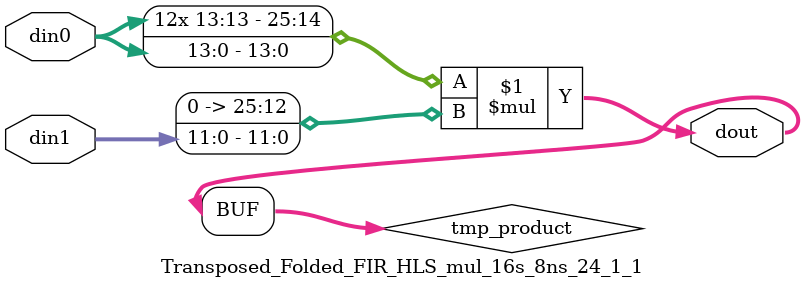
<source format=v>

`timescale 1 ns / 1 ps

 module Transposed_Folded_FIR_HLS_mul_16s_8ns_24_1_1(din0, din1, dout);
parameter ID = 1;
parameter NUM_STAGE = 0;
parameter din0_WIDTH = 14;
parameter din1_WIDTH = 12;
parameter dout_WIDTH = 26;

input [din0_WIDTH - 1 : 0] din0; 
input [din1_WIDTH - 1 : 0] din1; 
output [dout_WIDTH - 1 : 0] dout;

wire signed [dout_WIDTH - 1 : 0] tmp_product;


























assign tmp_product = $signed(din0) * $signed({1'b0, din1});









assign dout = tmp_product;





















endmodule

</source>
